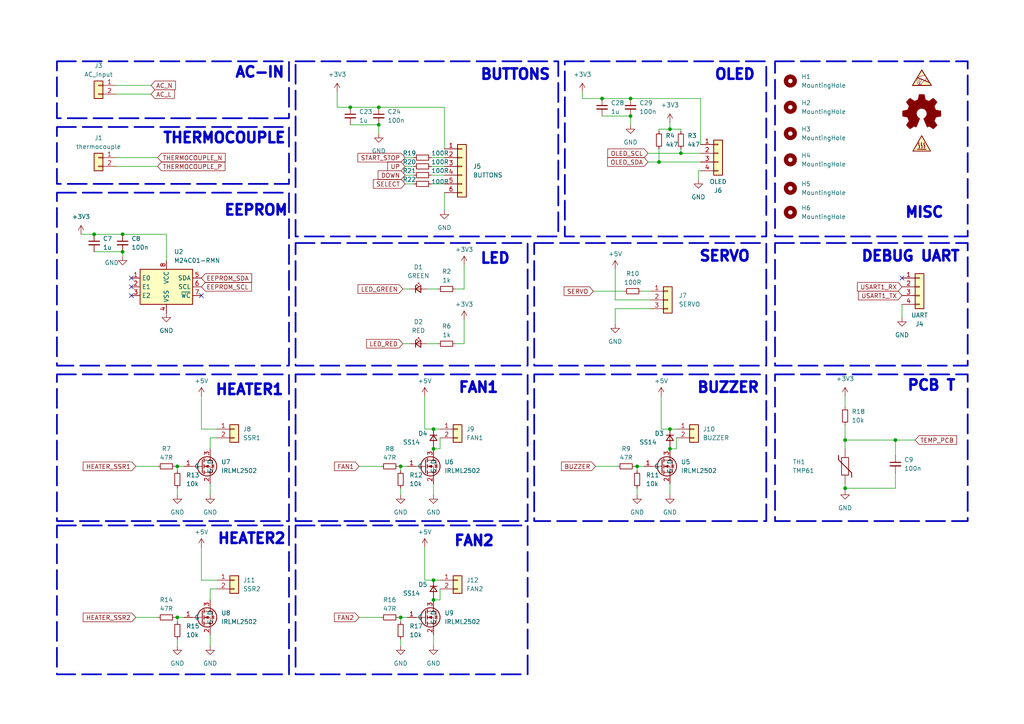
<source format=kicad_sch>
(kicad_sch (version 20231120) (generator "eeschema") (generator_version "8.0")
  (paper "A4")
  (title_block (title "ElectroDonkey Reflow Master") (date "2024-06-04") (rev "V1") (company "Electrodonkey") (comment 1 "CC-BY-SA 4.0"))
  (lib_symbols
    (symbol "Connector_Generic:Conn_01x02" (pin_names (offset 1.016) hide)
      (property "Reference" "J" (at 0 2.54 0))
      (property "Value" "Conn_01x02" (at 0 -5.08 0))
      (symbol "Conn_01x02_1_1"
        (pin passive line (at -5.08 0 0) (length 3.81) (name "Pin_1") (number "1"))
        (pin passive line (at -5.08 -2.54 0) (length 3.81) (name "Pin_2") (number "2"))
      )
    )
    (symbol "Connector_Generic:Conn_01x03" (pin_names (offset 1.016) hide)
      (property "Reference" "J" (at 0 5.08 0))
      (property "Value" "Conn_01x03" (at 0 -5.08 0))
      (symbol "Conn_01x03_1_1"
        (pin passive line (at -5.08 2.54 0) (length 3.81) (name "Pin_1") (number "1"))
        (pin passive line (at -5.08 0 0) (length 3.81) (name "Pin_2") (number "2"))
        (pin passive line (at -5.08 -2.54 0) (length 3.81) (name "Pin_3") (number "3"))
      )
    )
    (symbol "Connector_Generic:Conn_01x04" (pin_names (offset 1.016) hide)
      (property "Reference" "J" (at 0 5.08 0))
      (property "Value" "Conn_01x04" (at 0 -7.62 0))
      (symbol "Conn_01x04_1_1"
        (pin passive line (at -5.08 2.54 0) (length 3.81) (name "Pin_1") (number "1"))
        (pin passive line (at -5.08 0 0) (length 3.81) (name "Pin_2") (number "2"))
        (pin passive line (at -5.08 -2.54 0) (length 3.81) (name "Pin_3") (number "3"))
        (pin passive line (at -5.08 -5.08 0) (length 3.81) (name "Pin_4") (number "4"))
      )
    )
    (symbol "Connector_Generic:Conn_01x06" (pin_names (offset 1.016) hide)
      (property "Reference" "J" (at 0 7.62 0))
      (property "Value" "Conn_01x06" (at 0 -10.16 0))
      (symbol "Conn_01x06_1_1"
        (pin passive line (at -5.08 5.08 0) (length 3.81) (name "Pin_1") (number "1"))
        (pin passive line (at -5.08 2.54 0) (length 3.81) (name "Pin_2") (number "2"))
        (pin passive line (at -5.08 0 0) (length 3.81) (name "Pin_3") (number "3"))
        (pin passive line (at -5.08 -2.54 0) (length 3.81) (name "Pin_4") (number "4"))
        (pin passive line (at -5.08 -5.08 0) (length 3.81) (name "Pin_5") (number "5"))
        (pin passive line (at -5.08 -7.62 0) (length 3.81) (name "Pin_6") (number "6"))
      )
    )
    (symbol "Device:C_Small" (pin_numbers hide) (pin_names (offset 0.254) hide)
      (property "Reference" "C" (at 0.254 1.778 0))
      (property "Value" "C_Small" (at 0.254 -2.032 0))
      (symbol "C_Small_1_1"
        (pin passive line (at 0 2.54 270) (length 2.032) (name "~") (number "1"))
        (pin passive line (at 0 -2.54 90) (length 2.032) (name "~") (number "2"))
      )
    )
    (symbol "Device:D_Small" (pin_numbers hide) (pin_names (offset 0.254) hide)
      (property "Reference" "D" (at -1.27 2.032 0))
      (property "Value" "D_Small" (at -3.81 -2.032 0))
      (symbol "D_Small_1_1"
        (pin passive line (at -2.54 0 0) (length 1.778) (name "K") (number "1"))
        (pin passive line (at 2.54 0 180) (length 1.778) (name "A") (number "2"))
      )
    )
    (symbol "Device:LED_Small" (pin_numbers hide) (pin_names (offset 0.254) hide)
      (property "Reference" "D" (at -1.27 3.175 0))
      (property "Value" "LED_Small" (at -4.445 -2.54 0))
      (symbol "LED_Small_1_1"
        (pin passive line (at -2.54 0 0) (length 1.778) (name "K") (number "1"))
        (pin passive line (at 2.54 0 180) (length 1.778) (name "A") (number "2"))
      )
    )
    (symbol "Device:R_Small" (pin_numbers hide) (pin_names (offset 0.254) hide)
      (property "Reference" "R" (at 0.762 0.508 0))
      (property "Value" "R_Small" (at 0.762 -1.016 0))
      (symbol "R_Small_1_1"
        (pin passive line (at 0 2.54 270) (length 0.762) (name "~") (number "1"))
        (pin passive line (at 0 -2.54 90) (length 0.762) (name "~") (number "2"))
      )
    )
    (symbol "Device:Thermistor" (pin_numbers hide) (pin_names (offset 0))
      (property "Reference" "TH" (at 2.54 1.27 90))
      (property "Value" "Thermistor" (at -2.54 0 90))
      (symbol "Thermistor_1_1"
        (pin passive line (at 0 5.08 270) (length 2.54) (name "~") (number "1"))
        (pin passive line (at 0 -5.08 90) (length 2.54) (name "~") (number "2"))
      )
    )
    (symbol "Graphic:Logo_Open_Hardware_Small" (in_bom no) (on_board no))
    (symbol "Graphic:SYM_ESD_Small" (in_bom no) (on_board no))
    (symbol "Graphic:SYM_Hot_Small" (in_bom no) (on_board no))
    (symbol "Mechanical:MountingHole" (pin_names (offset 1.016)) (exclude_from_sim yes) (in_bom no)
      (property "Reference" "H" (at 0 5.08 0))
      (property "Value" "MountingHole" (at 0 3.175 0))
    )
    (symbol "Memory_EEPROM:M24C01-RMN"
      (property "Reference" "U" (at -6.35 6.35 0))
      (property "Value" "M24C01-RMN" (at 7.62 6.35 0))
      (symbol "M24C01-RMN_1_1"
        (pin input line (at -10.16 2.54 0) (length 2.54) (name "E0") (number "1"))
        (pin input line (at -10.16 0 0) (length 2.54) (name "E1") (number "2"))
        (pin input line (at -10.16 -2.54 0) (length 2.54) (name "E2") (number "3"))
        (pin power_in line (at 0 -7.62 90) (length 2.54) (name "VSS") (number "4"))
        (pin bidirectional line (at 10.16 2.54 180) (length 2.54) (name "SDA") (number "5"))
        (pin input line (at 10.16 0 180) (length 2.54) (name "SCL") (number "6"))
        (pin input line (at 10.16 -2.54 180) (length 2.54) (name "~{WC}") (number "7"))
        (pin power_in line (at 0 7.62 270) (length 2.54) (name "VCC") (number "8"))
      )
    )
    (symbol "power:+3V3" (power) (pin_names (offset 0))
      (property "Value" "+3V3" (at 0 3.556 0))
      (symbol "+3V3_1_1"
        (pin power_in line (at 0 0 90) (length 0) hide (name "+3V3") (number "1"))
      )
    )
    (symbol "power:+5V" (power) (pin_numbers hide) (pin_names (offset 0) hide)
      (property "Value" "+5V" (at 0 3.556 0))
      (symbol "+5V_1_1"
        (pin power_in line (at 0 0 90) (length 0) (name "~") (number "1"))
      )
    )
    (symbol "power:GND" (power) (pin_names (offset 0))
      (property "Value" "GND" (at 0 -3.81 0))
      (symbol "GND_1_1"
        (pin power_in line (at 0 0 270) (length 0) hide (name "GND") (number "1"))
      )
    )
    (symbol "reflow_master:IRLML2502"
      (property "Reference" "U" (at 2.54 -2.54 0))
      (property "Value" "IRLML2502" (at 0 0 0))
      (symbol "IRLML2502_1_1"
        (pin input line (at -7.62 0 0) (length 2.54) (name "G") (number "1"))
        (pin passive line (at 0 -5.08 90) (length 2.54) (name "S") (number "2"))
        (pin passive line (at 0 5.08 270) (length 2.54) (name "D") (number "3"))
      )
    )
  )
  (junction (at 116.205 135.255))
  (junction (at 35.56 67.945))
  (junction (at 259.715 127.635))
  (junction (at 125.73 130.175))
  (junction (at 109.855 31.115))
  (junction (at 51.435 179.07))
  (junction (at 182.88 28.575))
  (junction (at 174.625 28.575))
  (junction (at 184.785 135.255))
  (junction (at 245.11 127.635))
  (junction (at 182.88 33.655))
  (junction (at 101.6 31.115))
  (junction (at 194.31 124.46))
  (junction (at 191.135 46.99))
  (junction (at 109.855 36.195))
  (junction (at 51.435 135.255))
  (junction (at 125.73 168.275))
  (junction (at 125.73 173.99))
  (junction (at 245.11 141.605))
  (junction (at 194.31 130.175))
  (junction (at 27.305 67.945))
  (junction (at 116.205 179.07))
  (junction (at 35.56 73.025))
  (junction (at 197.485 44.45))
  (junction (at 125.73 124.46))
  (junction (at 194.31 37.465))
  (no_connect (at 261.62 80.645))
  (no_connect (at 38.1 80.645))
  (no_connect (at 38.1 83.185))
  (no_connect (at 58.42 85.725))
  (no_connect (at 38.1 85.725))
  (wire (pts (xy 33.655 27.305) (xy 43.815 27.305)))
  (wire (pts (xy 194.31 130.175) (xy 194.31 129.54)))
  (wire (pts (xy 123.825 83.82) (xy 127 83.82)))
  (wire (pts (xy 116.205 141.605) (xy 116.205 143.51)))
  (wire (pts (xy 27.305 73.025) (xy 35.56 73.025)))
  (wire (pts (xy 245.11 141.605) (xy 259.715 141.605)))
  (wire (pts (xy 123.19 124.46) (xy 125.73 124.46)))
  (wire (pts (xy 125.73 124.46) (xy 127.635 124.46)))
  (wire (pts (xy 191.135 46.99) (xy 203.2 46.99)))
  (wire (pts (xy 132.08 83.82) (xy 134.62 83.82)))
  (wire (pts (xy 51.435 179.07) (xy 53.34 179.07)))
  (wire (pts (xy 50.8 179.07) (xy 51.435 179.07)))
  (wire (pts (xy 109.855 31.115) (xy 128.905 31.115)))
  (wire (pts (xy 97.79 26.67) (xy 97.79 31.115)))
  (wire (pts (xy 191.135 38.1) (xy 191.135 37.465)))
  (wire (pts (xy 27.305 67.945) (xy 35.56 67.945)))
  (wire (pts (xy 203.2 28.575) (xy 203.2 41.91)))
  (wire (pts (xy 172.085 84.455) (xy 180.975 84.455)))
  (wire (pts (xy 202.565 49.53) (xy 203.2 49.53)))
  (wire (pts (xy 184.785 135.255) (xy 184.785 136.525)))
  (wire (pts (xy 125.73 184.15) (xy 125.73 187.325)))
  (wire (pts (xy 104.14 179.07) (xy 110.49 179.07)))
  (wire (pts (xy 58.42 114.935) (xy 58.42 124.46)))
  (wire (pts (xy 125.73 173.99) (xy 125.73 173.355)))
  (wire (pts (xy 194.31 37.465) (xy 197.485 37.465)))
  (wire (pts (xy 48.26 67.945) (xy 48.26 75.565)))
  (wire (pts (xy 134.62 92.71) (xy 134.62 99.695)))
  (wire (pts (xy 39.37 179.07) (xy 45.72 179.07)))
  (wire (pts (xy 97.79 31.115) (xy 101.6 31.115)))
  (wire (pts (xy 174.625 33.655) (xy 182.88 33.655)))
  (wire (pts (xy 125.095 45.72) (xy 128.905 45.72)))
  (wire (pts (xy 125.73 130.175) (xy 125.73 129.54)))
  (wire (pts (xy 172.72 135.255) (xy 179.07 135.255)))
  (wire (pts (xy 184.785 141.605) (xy 184.785 143.51)))
  (wire (pts (xy 128.905 55.88) (xy 128.905 60.96)))
  (wire (pts (xy 245.11 123.19) (xy 245.11 127.635)))
  (wire (pts (xy 245.11 141.605) (xy 245.11 140.335)))
  (wire (pts (xy 127.635 170.815) (xy 127.635 173.99)))
  (wire (pts (xy 128.905 31.115) (xy 128.905 43.18)))
  (wire (pts (xy 191.77 114.935) (xy 191.77 124.46)))
  (wire (pts (xy 178.435 89.535) (xy 178.435 93.98)))
  (wire (pts (xy 51.435 135.255) (xy 53.34 135.255)))
  (wire (pts (xy 127.635 173.99) (xy 125.73 173.99)))
  (wire (pts (xy 186.055 84.455) (xy 188.595 84.455)))
  (wire (pts (xy 62.865 124.46) (xy 58.42 124.46)))
  (wire (pts (xy 127.635 130.175) (xy 125.73 130.175)))
  (wire (pts (xy 115.57 179.07) (xy 116.205 179.07)))
  (wire (pts (xy 168.91 26.67) (xy 168.91 28.575)))
  (wire (pts (xy 259.715 132.08) (xy 259.715 127.635)))
  (wire (pts (xy 245.11 142.24) (xy 245.11 141.605)))
  (wire (pts (xy 194.31 124.46) (xy 191.77 124.46)))
  (wire (pts (xy 182.88 28.575) (xy 203.2 28.575)))
  (wire (pts (xy 184.785 135.255) (xy 186.69 135.255)))
  (wire (pts (xy 115.57 135.255) (xy 116.205 135.255)))
  (wire (pts (xy 197.485 44.45) (xy 203.2 44.45)))
  (wire (pts (xy 60.96 173.99) (xy 60.96 170.815)))
  (wire (pts (xy 116.205 179.07) (xy 116.205 180.34)))
  (wire (pts (xy 202.565 52.07) (xy 202.565 49.53)))
  (wire (pts (xy 125.095 53.34) (xy 128.905 53.34)))
  (wire (pts (xy 60.96 127) (xy 62.865 127)))
  (wire (pts (xy 188.595 89.535) (xy 178.435 89.535)))
  (wire (pts (xy 116.205 135.255) (xy 118.11 135.255)))
  (wire (pts (xy 182.88 33.655) (xy 182.88 36.195)))
  (wire (pts (xy 194.31 140.335) (xy 194.31 143.51)))
  (wire (pts (xy 117.475 45.72) (xy 120.015 45.72)))
  (wire (pts (xy 259.715 141.605) (xy 259.715 137.16)))
  (wire (pts (xy 23.495 67.945) (xy 27.305 67.945)))
  (wire (pts (xy 60.96 170.815) (xy 62.865 170.815)))
  (wire (pts (xy 116.205 185.42) (xy 116.205 187.325)))
  (wire (pts (xy 123.19 114.935) (xy 123.19 124.46)))
  (wire (pts (xy 125.095 48.26) (xy 128.905 48.26)))
  (wire (pts (xy 259.715 127.635) (xy 265.43 127.635)))
  (wire (pts (xy 101.6 31.115) (xy 109.855 31.115)))
  (wire (pts (xy 196.215 127) (xy 196.215 130.175)))
  (wire (pts (xy 123.19 158.75) (xy 123.19 168.275)))
  (wire (pts (xy 35.56 67.945) (xy 48.26 67.945)))
  (wire (pts (xy 245.11 127.635) (xy 259.715 127.635)))
  (wire (pts (xy 51.435 141.605) (xy 51.435 143.51)))
  (wire (pts (xy 196.215 130.175) (xy 194.31 130.175)))
  (wire (pts (xy 39.37 135.255) (xy 45.72 135.255)))
  (wire (pts (xy 178.435 86.995) (xy 188.595 86.995)))
  (wire (pts (xy 125.73 168.275) (xy 127.635 168.275)))
  (wire (pts (xy 174.625 28.575) (xy 182.88 28.575)))
  (wire (pts (xy 104.14 135.255) (xy 110.49 135.255)))
  (wire (pts (xy 187.96 46.99) (xy 191.135 46.99)))
  (wire (pts (xy 191.135 37.465) (xy 194.31 37.465)))
  (wire (pts (xy 116.205 179.07) (xy 118.11 179.07)))
  (wire (pts (xy 58.42 158.75) (xy 58.42 168.275)))
  (wire (pts (xy 261.62 88.265) (xy 261.62 92.075)))
  (wire (pts (xy 184.15 135.255) (xy 184.785 135.255)))
  (wire (pts (xy 101.6 36.195) (xy 109.855 36.195)))
  (wire (pts (xy 123.19 168.275) (xy 125.73 168.275)))
  (wire (pts (xy 33.655 48.26) (xy 45.72 48.26)))
  (wire (pts (xy 60.96 140.335) (xy 60.96 143.51)))
  (wire (pts (xy 117.475 48.26) (xy 120.015 48.26)))
  (wire (pts (xy 51.435 135.255) (xy 51.435 136.525)))
  (wire (pts (xy 125.095 50.8) (xy 128.905 50.8)))
  (wire (pts (xy 51.435 179.07) (xy 51.435 180.34)))
  (wire (pts (xy 35.56 73.025) (xy 35.56 74.295)))
  (wire (pts (xy 168.91 28.575) (xy 174.625 28.575)))
  (wire (pts (xy 116.84 99.695) (xy 118.745 99.695)))
  (wire (pts (xy 33.655 24.765) (xy 43.815 24.765)))
  (wire (pts (xy 132.08 99.695) (xy 134.62 99.695)))
  (wire (pts (xy 194.31 35.56) (xy 194.31 37.465)))
  (wire (pts (xy 60.96 184.15) (xy 60.96 187.325)))
  (wire (pts (xy 187.96 44.45) (xy 197.485 44.45)))
  (wire (pts (xy 127.635 127) (xy 127.635 130.175)))
  (wire (pts (xy 197.485 43.18) (xy 197.485 44.45)))
  (wire (pts (xy 62.865 168.275) (xy 58.42 168.275)))
  (wire (pts (xy 125.73 140.335) (xy 125.73 143.51)))
  (wire (pts (xy 60.96 130.175) (xy 60.96 127)))
  (wire (pts (xy 117.475 53.34) (xy 120.015 53.34)))
  (wire (pts (xy 134.62 76.835) (xy 134.62 83.82)))
  (wire (pts (xy 116.205 135.255) (xy 116.205 136.525)))
  (wire (pts (xy 116.84 83.82) (xy 118.745 83.82)))
  (wire (pts (xy 117.475 50.8) (xy 120.015 50.8)))
  (wire (pts (xy 191.135 43.18) (xy 191.135 46.99)))
  (wire (pts (xy 245.11 127.635) (xy 245.11 130.175)))
  (wire (pts (xy 109.855 36.195) (xy 109.855 38.735)))
  (wire (pts (xy 197.485 37.465) (xy 197.485 38.1)))
  (wire (pts (xy 50.8 135.255) (xy 51.435 135.255)))
  (wire (pts (xy 123.825 99.695) (xy 127 99.695)))
  (wire (pts (xy 51.435 185.42) (xy 51.435 187.325)))
  (wire (pts (xy 245.11 114.935) (xy 245.11 118.11)))
  (wire (pts (xy 33.655 45.72) (xy 45.72 45.72)))
  (wire (pts (xy 178.435 78.105) (xy 178.435 86.995)))
  (wire (pts (xy 196.215 124.46) (xy 194.31 124.46)))
  (rectangle (start 16.51 55.88) (end 83.82 106.045) (stroke (width 0.5) (type dash)))
  (rectangle (start 16.51 108.585) (end 83.82 151.13) (stroke (width 0.5) (type dash)))
  (rectangle (start 163.83 17.78) (end 222.25 68.58) (stroke (width 0.5) (type dash)))
  (rectangle (start 224.79 17.78) (end 280.67 68.58) (stroke (width 0.5) (type dash)))
  (rectangle (start 16.51 36.83) (end 83.82 53.34) (stroke (width 0.5) (type dash)))
  (rectangle (start 16.51 17.78) (end 83.82 34.29) (stroke (width 0.5) (type dash)))
  (rectangle (start 224.79 70.485) (end 280.67 106.045) (stroke (width 0.5) (type dash)))
  (rectangle (start 154.94 70.485) (end 222.25 106.045) (stroke (width 0.5) (type dash)))
  (rectangle (start 85.725 152.4) (end 153.035 195.58) (stroke (width 0.5) (type dash)))
  (rectangle (start 16.51 152.4) (end 83.82 195.58) (stroke (width 0.5) (type dash)))
  (rectangle (start 224.79 108.585) (end 280.67 151.13) (stroke (width 0.5) (type dash)))
  (rectangle (start 85.725 70.485) (end 153.035 106.045) (stroke (width 0.5) (type dash)))
  (rectangle (start 85.725 108.585) (end 153.035 151.13) (stroke (width 0.5) (type dash)))
  (rectangle (start 85.725 17.78) (end 161.925 68.58) (stroke (width 0.5) (type dash)))
  (rectangle (start 154.94 108.585) (end 222.25 151.13) (stroke (width 0.5) (type dash)))
  (text "HEATER2" (at 62.865 158.115 0) (effects (font (size 3 3) (thickness 1) (bold yes)) (justify left bottom)))
  (text "OLED" (at 207.01 23.495 0) (effects (font (size 3 3) (thickness 1) (bold yes)) (justify left bottom)))
  (text "BUTTONS" (at 139.065 23.495 0) (effects (font (size 3 3) (thickness 1) (bold yes)) (justify left bottom)))
  (text "FAN2" (at 131.445 158.75 0) (effects (font (size 3 3) (thickness 1) (bold yes)) (justify left bottom)))
  (text "AC-IN" (at 67.945 22.86 0) (effects (font (size 3 3) (thickness 1) (bold yes)) (justify left bottom)))
  (text "EEPROM" (at 64.77 62.865 0) (effects (font (size 3 3) (thickness 1) (bold yes)) (justify left bottom)))
  (text "BUZZER" (at 201.93 114.3 0) (effects (font (size 3 3) (thickness 1) (bold yes)) (justify left bottom)))
  (text "THERMOCOUPLE" (at 46.99 41.91 0) (effects (font (size 3 3) (thickness 1) (bold yes)) (justify left bottom)))
  (text "MISC" (at 262.255 63.5 0) (effects (font (size 3 3) (thickness 1) (bold yes)) (justify left bottom)))
  (text "LED" (at 139.065 76.835 0) (effects (font (size 3 3) (thickness 1) (bold yes)) (justify left bottom)))
  (text "HEATER1" (at 62.23 114.935 0) (effects (font (size 3 3) (thickness 1) (bold yes)) (justify left bottom)))
  (text "PCB T" (at 262.89 113.665 0) (effects (font (size 3 3) (thickness 1) (bold yes)) (justify left bottom)))
  (text "SERVO" (at 202.565 76.2 0) (effects (font (size 3 3) (thickness 1) (bold yes)) (justify left bottom)))
  (text "FAN1" (at 132.715 114.3 0) (effects (font (size 3 3) (thickness 1) (bold yes)) (justify left bottom)))
  (text "DEBUG UART" (at 249.555 76.2 0) (effects (font (size 3 3) (thickness 1) (bold yes)) (justify left bottom)))
  (global_label "OLED_SCL" (shape input) (at 187.96 44.45 180) (property "Intersheetrefs" "${INTERSHEET_REFS}" (effects (hide yes))))
  (global_label "AC_N" (shape input) (at 43.815 24.765 0) (property "Intersheetrefs" "${INTERSHEET_REFS}" (effects (hide yes))))
  (global_label "AC_L" (shape input) (at 43.815 27.305 0) (property "Intersheetrefs" "${INTERSHEET_REFS}" (effects (hide yes))))
  (global_label "HEATER_SSR2" (shape input) (at 39.37 179.07 180) (property "Intersheetrefs" "${INTERSHEET_REFS}" (effects (hide yes))))
  (global_label "THERMOCOUPLE_N" (shape input) (at 45.72 45.72 0) (property "Intersheetrefs" "${INTERSHEET_REFS}" (effects (hide yes))))
  (global_label "EEPROM_SDA" (shape input) (at 58.42 80.645 0) (property "Intersheetrefs" "${INTERSHEET_REFS}" (effects (hide yes))))
  (global_label "START_STOP" (shape input) (at 117.475 45.72 180) (property "Intersheetrefs" "${INTERSHEET_REFS}" (effects (hide yes))))
  (global_label "EEPROM_SCL" (shape input) (at 58.42 83.185 0) (property "Intersheetrefs" "${INTERSHEET_REFS}" (effects (hide yes))))
  (global_label "HEATER_SSR1" (shape input) (at 39.37 135.255 180) (property "Intersheetrefs" "${INTERSHEET_REFS}" (effects (hide yes))))
  (global_label "SELECT" (shape input) (at 117.475 53.34 180) (property "Intersheetrefs" "${INTERSHEET_REFS}" (effects (hide yes))))
  (global_label "USART1_RX" (shape input) (at 261.62 83.185 180) (property "Intersheetrefs" "${INTERSHEET_REFS}" (effects (hide yes))))
  (global_label "OLED_SDA" (shape input) (at 187.96 46.99 180) (property "Intersheetrefs" "${INTERSHEET_REFS}" (effects (hide yes))))
  (global_label "USART1_TX" (shape input) (at 261.62 85.725 180) (property "Intersheetrefs" "${INTERSHEET_REFS}" (effects (hide yes))))
  (global_label "BUZZER" (shape input) (at 172.72 135.255 180) (property "Intersheetrefs" "${INTERSHEET_REFS}" (effects (hide yes))))
  (global_label "FAN2" (shape input) (at 104.14 179.07 180) (property "Intersheetrefs" "${INTERSHEET_REFS}" (effects (hide yes))))
  (global_label "THERMOCOUPLE_P" (shape input) (at 45.72 48.26 0) (property "Intersheetrefs" "${INTERSHEET_REFS}" (effects (hide yes))))
  (global_label "SERVO" (shape input) (at 172.085 84.455 180) (property "Intersheetrefs" "${INTERSHEET_REFS}" (effects (hide yes))))
  (global_label "UP" (shape input) (at 117.475 48.26 180) (property "Intersheetrefs" "${INTERSHEET_REFS}" (effects (hide yes))))
  (global_label "DOWN" (shape input) (at 117.475 50.8 180) (property "Intersheetrefs" "${INTERSHEET_REFS}" (effects (hide yes))))
  (global_label "FAN1" (shape input) (at 104.14 135.255 180) (property "Intersheetrefs" "${INTERSHEET_REFS}" (effects (hide yes))))
  (global_label "LED_GREEN" (shape input) (at 116.84 83.82 180) (property "Intersheetrefs" "${INTERSHEET_REFS}" (effects (hide yes))))
  (global_label "TEMP_PCB" (shape input) (at 265.43 127.635 0) (property "Intersheetrefs" "${INTERSHEET_REFS}" (effects (hide yes))))
  (global_label "LED_RED" (shape input) (at 116.84 99.695 180) (property "Intersheetrefs" "${INTERSHEET_REFS}" (effects (hide yes))))
  (symbol (lib_id "power:GND") (at 125.73 187.325 0) (unit 1)
    (property "Reference" "#PWR059" (effects (hide yes)))
    (property "Value" "GND" (at 125.73 192.405 0))
  )
  (symbol (lib_id "Connector_Generic:Conn_01x06") (at 133.985 48.26 0) (unit 1)
    (property "Reference" "J5" (at 137.16 48.2599 0) (effects (justify left)))
    (property "Value" "BUTTONS" (at 137.16 50.7999 0) (effects (justify left)))
    (property "Footprint" "Connector_Molex:Molex_Nano-Fit_105309-xx06_1x06_P2.50mm_Vertical" (effects (hide yes)))
    (property "Description" "Generic connector, single row, 01x06, script generated (kicad-library-utils/schlib/autogen/connector/)" (effects (hide yes)))
  )
  (symbol (lib_id "Connector_Generic:Conn_01x04") (at 266.7 83.185 0) (unit 1)
    (property "Reference" "J4" (at 266.7 93.98 0))
    (property "Value" "UART" (at 266.7 91.44 0))
    (property "Footprint" "Connector_PinHeader_2.54mm:PinHeader_1x04_P2.54mm_Vertical" (effects (hide yes)))
  )
  (symbol (lib_id "power:GND") (at 48.26 90.805 0) (unit 1)
    (property "Reference" "#PWR010" (effects (hide yes)))
    (property "Value" "GND" (at 48.26 95.885 0))
  )
  (symbol (lib_id "power:+3V3") (at 23.495 67.945 0) (unit 1)
    (property "Reference" "#PWR07" (effects (hide yes)))
    (property "Value" "+3V3" (at 23.495 62.865 0))
  )
  (symbol (lib_id "Graphic:SYM_Hot_Small") (at 267.335 41.91 0) (unit 1) (exclude_from_sim yes) (in_bom no)
    (property "Reference" "#SYM2" (effects (hide yes)))
    (property "Value" "SYM_Hot_Small" (effects (hide yes)))
    (property "Footprint" "Symbol:Symbol_Attention_Triangle_8x7mm_Copper" (effects (hide yes)))
    (property "Description" "Hot surface warning symbol, small" (effects (hide yes)))
  )
  (symbol (lib_id "Device:Thermistor") (at 245.11 135.255 0) (unit 1)
    (property "Reference" "TH1" (at 229.87 133.985 0) (effects (justify left)))
    (property "Value" "TMP61" (at 229.87 136.525 0) (effects (justify left)))
    (property "Footprint" "Package_SON:Texas_DPY0002A_0.6x1mm_P0.65mm" (effects (hide yes)))
    (property "mfg" "TMP6131DECR" (effects (hide yes)))
  )
  (symbol (lib_id "Device:R_Small") (at 48.26 135.255 90) (unit 1)
    (property "Reference" "R7" (at 48.26 130.175 90))
    (property "Value" "47R" (at 48.26 132.715 90))
    (property "Footprint" "Resistor_SMD:R_0603_1608Metric_Pad0.98x0.95mm_HandSolder" (effects (hide yes)))
  )
  (symbol (lib_id "power:GND") (at 261.62 92.075 0) (unit 1)
    (property "Reference" "#PWR011" (effects (hide yes)))
    (property "Value" "GND" (at 261.62 97.155 0))
  )
  (symbol (lib_id "power:GND") (at 184.785 143.51 0) (unit 1)
    (property "Reference" "#PWR051" (effects (hide yes)))
    (property "Value" "GND" (at 184.785 148.59 0))
  )
  (symbol (lib_id "Mechanical:MountingHole") (at 229.235 38.735 0) (unit 1) (exclude_from_sim yes) (in_bom no)
    (property "Reference" "H3" (at 232.41 37.4649 0) (effects (justify left)))
    (property "Value" "MountingHole" (at 232.41 40.0049 0) (effects (justify left)))
    (property "Footprint" "MountingHole:MountingHole_3.2mm_M3" (effects (hide yes)))
    (property "Description" "Mounting Hole without connection" (effects (hide yes)))
  )
  (symbol (lib_id "Mechanical:MountingHole") (at 229.235 23.495 0) (unit 1) (exclude_from_sim yes) (in_bom no)
    (property "Reference" "H1" (at 232.41 22.2249 0) (effects (justify left)))
    (property "Value" "MountingHole" (at 232.41 24.7649 0) (effects (justify left)))
    (property "Footprint" "MountingHole:MountingHole_3.2mm_M3" (effects (hide yes)))
    (property "Description" "Mounting Hole without connection" (effects (hide yes)))
  )
  (symbol (lib_id "Device:R_Small") (at 51.435 139.065 180) (unit 1)
    (property "Reference" "R13" (at 53.975 137.7949 0) (effects (justify right)))
    (property "Value" "10k" (at 53.975 140.3349 0) (effects (justify right)))
    (property "Footprint" "Resistor_SMD:R_0603_1608Metric_Pad0.98x0.95mm_HandSolder" (effects (hide yes)))
  )
  (symbol (lib_id "Device:R_Small") (at 122.555 45.72 90) (unit 1)
    (property "Reference" "R19" (at 118.745 44.45 90))
    (property "Value" "100R" (at 127.635 44.45 90))
    (property "Footprint" "Resistor_SMD:R_0603_1608Metric_Pad0.98x0.95mm_HandSolder" (effects (hide yes)))
  )
  (symbol (lib_id "Device:D_Small") (at 125.73 127 270) (unit 1)
    (property "Reference" "D4" (at 121.285 125.73 90) (effects (justify left)))
    (property "Value" "SS14" (at 116.84 128.27 90) (effects (justify left)))
    (property "Footprint" "Diode_SMD:D_SOD-123" (effects (hide yes)))
    (property "Description" "Diode, small symbol" (effects (hide yes)))
    (property "Sim.Device" "D" (effects (hide yes)))
    (property "Sim.Pins" "1=K 2=A" (effects (hide yes)))
    (property "mfg" "SS14" (effects (hide yes)))
  )
  (symbol (lib_id "Mechanical:MountingHole") (at 229.235 61.595 0) (unit 1) (exclude_from_sim yes) (in_bom no)
    (property "Reference" "H6" (at 232.41 60.3249 0) (effects (justify left)))
    (property "Value" "MountingHole" (at 232.41 62.8649 0) (effects (justify left)))
    (property "Footprint" "MountingHole:MountingHole_3.2mm_M3" (effects (hide yes)))
    (property "Description" "Mounting Hole without connection" (effects (hide yes)))
  )
  (symbol (lib_id "Connector_Generic:Conn_01x02") (at 28.575 45.72 0) (mirror y) (unit 1)
    (property "Reference" "J1" (at 28.575 40.005 0))
    (property "Value" "thermocouple" (at 28.575 42.545 0))
    (property "Footprint" "TerminalBlock_Phoenix:TerminalBlock_Phoenix_MKDS-1,5-2_1x02_P5.00mm_Horizontal" (effects (hide yes)))
    (property "Description" "Generic connector, single row, 01x02, script generated (kicad-library-utils/schlib/autogen/connector/)" (effects (hide yes)))
    (property "mfg" "1985881" (effects (hide yes)))
  )
  (symbol (lib_id "Device:R_Small") (at 191.135 40.64 180) (unit 1)
    (property "Reference" "R4" (at 193.04 39.3699 0) (effects (justify right)))
    (property "Value" "4k7" (at 193.04 41.9099 0) (effects (justify right)))
    (property "Footprint" "Resistor_SMD:R_0603_1608Metric_Pad0.98x0.95mm_HandSolder" (effects (hide yes)))
  )
  (symbol (lib_id "Device:R_Small") (at 129.54 99.695 90) (unit 1)
    (property "Reference" "R6" (at 129.54 94.615 90))
    (property "Value" "1k" (at 129.54 97.155 90))
    (property "Footprint" "Resistor_SMD:R_0603_1608Metric_Pad0.98x0.95mm_HandSolder" (effects (hide yes)))
  )
  (symbol (lib_id "Device:C_Small") (at 35.56 70.485 0) (unit 1)
    (property "Reference" "C8" (at 38.1 69.2213 0) (effects (justify left)))
    (property "Value" "100n" (at 38.1 71.7613 0) (effects (justify left)))
    (property "Footprint" "Capacitor_SMD:C_0603_1608Metric_Pad1.08x0.95mm_HandSolder" (effects (hide yes)))
    (property "Vs" "25V" (effects (hide yes)))
  )
  (symbol (lib_id "power:+3V3") (at 134.62 92.71 0) (unit 1)
    (property "Reference" "#PWR040" (effects (hide yes)))
    (property "Value" "+3V3" (at 134.62 88.265 0))
  )
  (symbol (lib_id "Mechanical:MountingHole") (at 229.235 31.115 0) (unit 1) (exclude_from_sim yes) (in_bom no)
    (property "Reference" "H2" (at 232.41 29.8449 0) (effects (justify left)))
    (property "Value" "MountingHole" (at 232.41 32.3849 0) (effects (justify left)))
    (property "Footprint" "MountingHole:MountingHole_3.2mm_M3" (effects (hide yes)))
    (property "Description" "Mounting Hole without connection" (effects (hide yes)))
  )
  (symbol (lib_id "power:+3V3") (at 134.62 76.835 0) (unit 1)
    (property "Reference" "#PWR020" (effects (hide yes)))
    (property "Value" "+3V3" (at 134.62 72.39 0))
  )
  (symbol (lib_id "power:+5V") (at 178.435 78.105 0) (unit 1)
    (property "Reference" "#PWR049" (effects (hide yes)))
    (property "Value" "+5V" (at 178.435 73.66 0))
    (property "Description" "Power symbol creates a global label with name \"+5V\"" (effects (hide yes)))
  )
  (symbol (lib_id "Device:R_Small") (at 113.03 135.255 90) (unit 1)
    (property "Reference" "R8" (at 113.03 130.175 90))
    (property "Value" "47R" (at 113.03 132.715 90))
    (property "Footprint" "Resistor_SMD:R_0603_1608Metric_Pad0.98x0.95mm_HandSolder" (effects (hide yes)))
  )
  (symbol (lib_id "Device:R_Small") (at 122.555 50.8 90) (unit 1)
    (property "Reference" "R21" (at 118.745 49.53 90))
    (property "Value" "100R" (at 127.635 49.53 90))
    (property "Footprint" "Resistor_SMD:R_0603_1608Metric_Pad0.98x0.95mm_HandSolder" (effects (hide yes)))
  )
  (symbol (lib_id "power:GND") (at 109.855 38.735 0) (unit 1)
    (property "Reference" "#PWR037" (effects (hide yes)))
    (property "Value" "GND" (at 109.855 43.815 0))
  )
  (symbol (lib_id "Device:R_Small") (at 183.515 84.455 90) (unit 1)
    (property "Reference" "R10" (at 183.515 79.375 90))
    (property "Value" "100R" (at 183.515 81.915 90))
    (property "Footprint" "Resistor_SMD:R_0603_1608Metric_Pad0.98x0.95mm_HandSolder" (effects (hide yes)))
  )
  (symbol (lib_id "Device:D_Small") (at 125.73 170.815 270) (unit 1)
    (property "Reference" "D5" (at 121.285 169.545 90) (effects (justify left)))
    (property "Value" "SS14" (at 116.84 172.085 90) (effects (justify left)))
    (property "Footprint" "Diode_SMD:D_SOD-123" (effects (hide yes)))
    (property "Description" "Diode, small symbol" (effects (hide yes)))
    (property "Sim.Device" "D" (effects (hide yes)))
    (property "Sim.Pins" "1=K 2=A" (effects (hide yes)))
    (property "mfg" "SS14" (effects (hide yes)))
  )
  (symbol (lib_id "power:GND") (at 194.31 143.51 0) (unit 1)
    (property "Reference" "#PWR048" (effects (hide yes)))
    (property "Value" "GND" (at 194.31 148.59 0))
  )
  (symbol (lib_id "reflow_master:IRLML2502") (at 60.96 135.255 0) (unit 1)
    (property "Reference" "U7" (at 64.135 133.9849 0) (effects (justify left)))
    (property "Value" "IRLML2502" (at 64.135 136.5249 0) (effects (justify left)))
    (property "Footprint" "Package_TO_SOT_SMD:SOT-23" (effects (hide yes)))
    (property "Datasheet" "https://ro.mouser.com/datasheet/2/196/Infineon_IRLML2502_DataSheet_v01_01_EN-3363558.pdf" (effects (hide yes)))
    (property "Description" "N-Channel MOSFET, HEXFET, 0.045 Ohm RdsON" (effects (hide yes)))
    (property "mfg" "IRLML2502TRPBF" (effects (hide yes)))
  )
  (symbol (lib_id "power:GND") (at 60.96 187.325 0) (unit 1)
    (property "Reference" "#PWR056" (effects (hide yes)))
    (property "Value" "GND" (at 60.96 192.405 0))
  )
  (symbol (lib_id "power:GND") (at 51.435 143.51 0) (unit 1)
    (property "Reference" "#PWR044" (effects (hide yes)))
    (property "Value" "GND" (at 51.435 148.59 0))
  )
  (symbol (lib_id "power:GND") (at 125.73 143.51 0) (unit 1)
    (property "Reference" "#PWR052" (effects (hide yes)))
    (property "Value" "GND" (at 125.73 148.59 0))
  )
  (symbol (lib_id "Connector_Generic:Conn_01x03") (at 193.675 86.995 0) (unit 1)
    (property "Reference" "J7" (at 196.85 85.7249 0) (effects (justify left)))
    (property "Value" "SERVO" (at 196.85 88.2649 0) (effects (justify left)))
    (property "Footprint" "Connector_PinHeader_2.54mm:PinHeader_1x03_P2.54mm_Vertical" (effects (hide yes)))
    (property "Description" "Generic connector, single row, 01x03, script generated (kicad-library-utils/schlib/autogen/connector/)" (effects (hide yes)))
  )
  (symbol (lib_id "power:GND") (at 116.205 143.51 0) (unit 1)
    (property "Reference" "#PWR046" (effects (hide yes)))
    (property "Value" "GND" (at 116.205 148.59 0))
  )
  (symbol (lib_id "power:+5V") (at 123.19 114.935 0) (unit 1)
    (property "Reference" "#PWR045" (effects (hide yes)))
    (property "Value" "+5V" (at 123.19 110.49 0))
    (property "Description" "Power symbol creates a global label with name \"+5V\"" (effects (hide yes)))
  )
  (symbol (lib_id "Graphic:Logo_Open_Hardware_Small") (at 267.335 33.02 0) (unit 1) (exclude_from_sim yes) (in_bom no)
    (property "Reference" "#SYM1" (effects (hide yes)))
    (property "Value" "Logo_Open_Hardware_Small" (effects (hide yes)))
    (property "Footprint" "Symbol:OSHW-Logo2_7.3x6mm_SilkScreen" (effects (hide yes)))
    (property "Description" "Open Hardware logo, small" (effects (hide yes)))
  )
  (symbol (lib_id "Device:R_Small") (at 116.205 139.065 180) (unit 1)
    (property "Reference" "R12" (at 118.745 137.7949 0) (effects (justify right)))
    (property "Value" "10k" (at 118.745 140.3349 0) (effects (justify right)))
    (property "Footprint" "Resistor_SMD:R_0603_1608Metric_Pad0.98x0.95mm_HandSolder" (effects (hide yes)))
  )
  (symbol (lib_id "Device:C_Small") (at 182.88 31.115 0) (unit 1)
    (property "Reference" "C29" (at 185.42 29.8513 0) (effects (justify left)))
    (property "Value" "100n" (at 185.42 32.3913 0) (effects (justify left)))
    (property "Footprint" "Capacitor_SMD:C_0603_1608Metric_Pad1.08x0.95mm_HandSolder" (effects (hide yes)))
    (property "Vs" "25V" (effects (hide yes)))
  )
  (symbol (lib_id "Device:R_Small") (at 122.555 53.34 90) (unit 1)
    (property "Reference" "R22" (at 118.745 52.07 90))
    (property "Value" "100R" (at 127.635 52.705 90))
    (property "Footprint" "Resistor_SMD:R_0603_1608Metric_Pad0.98x0.95mm_HandSolder" (effects (hide yes)))
  )
  (symbol (lib_id "power:GND") (at 202.565 52.07 0) (unit 1)
    (property "Reference" "#PWR042" (effects (hide yes)))
    (property "Value" "GND" (at 202.565 57.15 0))
  )
  (symbol (lib_id "Connector_Generic:Conn_01x02") (at 28.575 24.765 0) (mirror y) (unit 1)
    (property "Reference" "J3" (at 28.575 19.05 0))
    (property "Value" "AC_Input" (at 28.575 21.59 0))
    (property "Footprint" "TerminalBlock_Phoenix:TerminalBlock_Phoenix_MKDS-1,5-2_1x02_P5.00mm_Horizontal" (effects (hide yes)))
    (property "Description" "Generic connector, single row, 01x02, script generated (kicad-library-utils/schlib/autogen/connector/)" (effects (hide yes)))
    (property "mfg" "1985881" (effects (hide yes)))
  )
  (symbol (lib_id "Device:C_Small") (at 109.855 33.655 0) (unit 1)
    (property "Reference" "C24" (at 112.395 32.3913 0) (effects (justify left)))
    (property "Value" "100n" (at 112.395 34.9313 0) (effects (justify left)))
    (property "Footprint" "Capacitor_SMD:C_0603_1608Metric_Pad1.08x0.95mm_HandSolder" (effects (hide yes)))
    (property "Vs" "25V" (effects (hide yes)))
  )
  (symbol (lib_id "reflow_master:IRLML2502") (at 125.73 135.255 0) (unit 1)
    (property "Reference" "U6" (at 128.905 133.9849 0) (effects (justify left)))
    (property "Value" "IRLML2502" (at 128.905 136.5249 0) (effects (justify left)))
    (property "Footprint" "Package_TO_SOT_SMD:SOT-23" (effects (hide yes)))
    (property "Datasheet" "https://ro.mouser.com/datasheet/2/196/Infineon_IRLML2502_DataSheet_v01_01_EN-3363558.pdf" (effects (hide yes)))
    (property "Description" "N-Channel MOSFET, HEXFET, 0.045 Ohm RdsON" (effects (hide yes)))
    (property "mfg" "IRLML2502TRPBF" (effects (hide yes)))
  )
  (symbol (lib_id "power:GND") (at 178.435 93.98 0) (unit 1)
    (property "Reference" "#PWR050" (effects (hide yes)))
    (property "Value" "GND" (at 178.435 99.06 0))
  )
  (symbol (lib_id "Connector_Generic:Conn_01x02") (at 132.715 168.275 0) (unit 1)
    (property "Reference" "J12" (at 135.255 168.2749 0) (effects (justify left)))
    (property "Value" "FAN2" (at 135.255 170.8149 0) (effects (justify left)))
    (property "Footprint" "reflow_master:Molex_Nano-Fit_105309-xx02_1x02_P2.50mm_Vertical" (effects (hide yes)))
    (property "Description" "Generic connector, single row, 01x02, script generated (kicad-library-utils/schlib/autogen/connector/)" (effects (hide yes)))
  )
  (symbol (lib_id "Graphic:SYM_ESD_Small") (at 267.335 22.86 0) (unit 1) (exclude_from_sim yes) (in_bom no)
    (property "Reference" "#SYM3" (effects (hide yes)))
    (property "Value" "SYM_ESD_Small" (effects (hide yes)))
    (property "Footprint" "Symbol:Symbol_HighVoltage_Triangle_8x7mm_Copper" (effects (hide yes)))
    (property "Description" "ESD warning/\"Do not touch\" symbol, small" (effects (hide yes)))
  )
  (symbol (lib_id "Device:C_Small") (at 174.625 31.115 0) (unit 1)
    (property "Reference" "C28" (at 177.165 29.8513 0) (effects (justify left)))
    (property "Value" "1u" (at 177.165 32.3913 0) (effects (justify left)))
    (property "Footprint" "Capacitor_SMD:C_0603_1608Metric_Pad1.08x0.95mm_HandSolder" (effects (hide yes)))
    (property "Datasheet" "https://product.tdk.com/system/files/dam/doc/product/capacitor/ceramic/mlcc/catalog/mlcc_automotive_midvoltage_en.pdf" (effects (hide yes)))
    (property "Vs" "100V" (effects (hide yes)))
  )
  (symbol (lib_id "power:GND") (at 51.435 187.325 0) (unit 1)
    (property "Reference" "#PWR054" (effects (hide yes)))
    (property "Value" "GND" (at 51.435 192.405 0))
  )
  (symbol (lib_id "power:GND") (at 182.88 36.195 0) (unit 1)
    (property "Reference" "#PWR026" (effects (hide yes)))
    (property "Value" "GND" (at 182.88 41.275 0))
  )
  (symbol (lib_id "Device:R_Small") (at 48.26 179.07 90) (unit 1)
    (property "Reference" "R14" (at 48.26 173.99 90))
    (property "Value" "47R" (at 48.26 176.53 90))
    (property "Footprint" "Resistor_SMD:R_0603_1608Metric_Pad0.98x0.95mm_HandSolder" (effects (hide yes)))
  )
  (symbol (lib_id "power:GND") (at 60.96 143.51 0) (unit 1)
    (property "Reference" "#PWR053" (effects (hide yes)))
    (property "Value" "GND" (at 60.96 148.59 0))
  )
  (symbol (lib_id "power:+3V3") (at 245.11 114.935 0) (unit 1)
    (property "Reference" "#PWR09" (effects (hide yes)))
    (property "Value" "+3V3" (at 245.11 109.855 0))
  )
  (symbol (lib_id "Device:R_Small") (at 181.61 135.255 90) (unit 1)
    (property "Reference" "R9" (at 181.61 130.175 90))
    (property "Value" "47R" (at 181.61 132.715 90))
    (property "Footprint" "Resistor_SMD:R_0603_1608Metric_Pad0.98x0.95mm_HandSolder" (effects (hide yes)))
  )
  (symbol (lib_id "power:+3V3") (at 168.91 26.67 0) (unit 1)
    (property "Reference" "#PWR027" (effects (hide yes)))
    (property "Value" "+3V3" (at 168.91 21.59 0))
  )
  (symbol (lib_id "Device:R_Small") (at 122.555 48.26 90) (unit 1)
    (property "Reference" "R20" (at 118.745 46.99 90))
    (property "Value" "100R" (at 127.635 46.99 90))
    (property "Footprint" "Resistor_SMD:R_0603_1608Metric_Pad0.98x0.95mm_HandSolder" (effects (hide yes)))
  )
  (symbol (lib_id "Memory_EEPROM:M24C01-RMN") (at 48.26 83.185 0) (unit 1)
    (property "Reference" "U2" (at 50.4541 73.025 0) (effects (justify left)))
    (property "Value" "M24C01-RMN" (at 50.4541 75.565 0) (effects (justify left)))
    (property "Footprint" "Package_SO:SOIC-8_3.9x4.9mm_P1.27mm" (effects (hide yes)))
    (property "Datasheet" "http://www.st.com/content/ccc/resource/technical/document/datasheet/b0/d8/50/40/5a/85/49/6f/DM00071904.pdf/files/DM00071904.pdf/jcr:content/translations/en.DM00071904.pdf" (effects (hide yes)))
    (property "Description" "1Kb (128x8) I2C Serial EEPROM, 1.8-5.5V, SOIC-8" (effects (hide yes)))
    (property "mfg" "M24C01-RMN6P" (effects (hide yes)))
  )
  (symbol (lib_id "Mechanical:MountingHole") (at 229.235 46.355 0) (unit 1) (exclude_from_sim yes) (in_bom no)
    (property "Reference" "H4" (at 232.41 45.0849 0) (effects (justify left)))
    (property "Value" "MountingHole" (at 232.41 47.6249 0) (effects (justify left)))
    (property "Footprint" "MountingHole:MountingHole_3.2mm_M3" (effects (hide yes)))
    (property "Description" "Mounting Hole without connection" (effects (hide yes)))
  )
  (symbol (lib_id "Connector_Generic:Conn_01x02") (at 67.945 124.46 0) (unit 1)
    (property "Reference" "J8" (at 70.485 124.4599 0) (effects (justify left)))
    (property "Value" "SSR1" (at 70.485 126.9999 0) (effects (justify left)))
    (property "Footprint" "reflow_master:Molex_Nano-Fit_105309-xx02_1x02_P2.50mm_Vertical" (effects (hide yes)))
    (property "Description" "Generic connector, single row, 01x02, script generated (kicad-library-utils/schlib/autogen/connector/)" (effects (hide yes)))
  )
  (symbol (lib_id "power:GND") (at 245.11 142.24 0) (unit 1)
    (property "Reference" "#PWR013" (effects (hide yes)))
    (property "Value" "GND" (at 245.11 147.32 0))
  )
  (symbol (lib_id "power:GND") (at 128.905 60.96 0) (unit 1)
    (property "Reference" "#PWR038" (effects (hide yes)))
    (property "Value" "GND" (at 128.905 66.04 0))
  )
  (symbol (lib_id "reflow_master:IRLML2502") (at 194.31 135.255 0) (unit 1)
    (property "Reference" "U5" (at 197.485 133.9849 0) (effects (justify left)))
    (property "Value" "IRLML2502" (at 197.485 136.5249 0) (effects (justify left)))
    (property "Footprint" "Package_TO_SOT_SMD:SOT-23" (effects (hide yes)))
    (property "Datasheet" "https://ro.mouser.com/datasheet/2/196/Infineon_IRLML2502_DataSheet_v01_01_EN-3363558.pdf" (effects (hide yes)))
    (property "Description" "N-Channel MOSFET, HEXFET, 0.045 Ohm RdsON" (effects (hide yes)))
    (property "mfg" "IRLML2502TRPBF" (effects (hide yes)))
  )
  (symbol (lib_id "Connector_Generic:Conn_01x02") (at 67.945 168.275 0) (unit 1)
    (property "Reference" "J11" (at 70.485 168.2749 0) (effects (justify left)))
    (property "Value" "SSR2" (at 70.485 170.8149 0) (effects (justify left)))
    (property "Footprint" "reflow_master:Molex_Nano-Fit_105309-xx02_1x02_P2.50mm_Vertical" (effects (hide yes)))
    (property "Description" "Generic connector, single row, 01x02, script generated (kicad-library-utils/schlib/autogen/connector/)" (effects (hide yes)))
  )
  (symbol (lib_id "power:GND") (at 35.56 74.295 0) (unit 1)
    (property "Reference" "#PWR08" (effects (hide yes)))
    (property "Value" "GND" (at 32.385 76.2 0))
  )
  (symbol (lib_id "Device:R_Small") (at 51.435 182.88 180) (unit 1)
    (property "Reference" "R15" (at 53.975 181.6099 0) (effects (justify right)))
    (property "Value" "10k" (at 53.975 184.1499 0) (effects (justify right)))
    (property "Footprint" "Resistor_SMD:R_0603_1608Metric_Pad0.98x0.95mm_HandSolder" (effects (hide yes)))
  )
  (symbol (lib_id "Connector_Generic:Conn_01x02") (at 201.295 124.46 0) (unit 1)
    (property "Reference" "J10" (at 203.835 124.4599 0) (effects (justify left)))
    (property "Value" "BUZZER" (at 203.835 126.9999 0) (effects (justify left)))
    (property "Footprint" "reflow_master:Molex_Nano-Fit_105309-xx02_1x02_P2.50mm_Vertical" (effects (hide yes)))
    (property "Description" "Generic connector, single row, 01x02, script generated (kicad-library-utils/schlib/autogen/connector/)" (effects (hide yes)))
  )
  (symbol (lib_id "reflow_master:IRLML2502") (at 125.73 179.07 0) (unit 1)
    (property "Reference" "U9" (at 128.905 177.7999 0) (effects (justify left)))
    (property "Value" "IRLML2502" (at 128.905 180.3399 0) (effects (justify left)))
    (property "Footprint" "Package_TO_SOT_SMD:SOT-23" (effects (hide yes)))
    (property "Datasheet" "https://ro.mouser.com/datasheet/2/196/Infineon_IRLML2502_DataSheet_v01_01_EN-3363558.pdf" (effects (hide yes)))
    (property "Description" "N-Channel MOSFET, HEXFET, 0.045 Ohm RdsON" (effects (hide yes)))
    (property "mfg" "IRLML2502TRPBF" (effects (hide yes)))
  )
  (symbol (lib_id "Device:C_Small") (at 101.6 33.655 0) (unit 1)
    (property "Reference" "C23" (at 104.14 32.3913 0) (effects (justify left)))
    (property "Value" "1u" (at 104.14 34.9313 0) (effects (justify left)))
    (property "Footprint" "Capacitor_SMD:C_0603_1608Metric_Pad1.08x0.95mm_HandSolder" (effects (hide yes)))
    (property "Datasheet" "https://product.tdk.com/system/files/dam/doc/product/capacitor/ceramic/mlcc/catalog/mlcc_automotive_midvoltage_en.pdf" (effects (hide yes)))
    (property "Vs" "100V" (effects (hide yes)))
  )
  (symbol (lib_id "power:+5V") (at 191.77 114.935 0) (unit 1)
    (property "Reference" "#PWR047" (effects (hide yes)))
    (property "Value" "+5V" (at 191.77 110.49 0))
    (property "Description" "Power symbol creates a global label with name \"+5V\"" (effects (hide yes)))
  )
  (symbol (lib_id "Device:R_Small") (at 184.785 139.065 180) (unit 1)
    (property "Reference" "R11" (at 187.325 137.7949 0) (effects (justify right)))
    (property "Value" "10k" (at 187.325 140.3349 0) (effects (justify right)))
    (property "Footprint" "Resistor_SMD:R_0603_1608Metric_Pad0.98x0.95mm_HandSolder" (effects (hide yes)))
  )
  (symbol (lib_id "power:+5V") (at 58.42 114.935 0) (unit 1)
    (property "Reference" "#PWR043" (effects (hide yes)))
    (property "Value" "+5V" (at 58.42 110.49 0))
    (property "Description" "Power symbol creates a global label with name \"+5V\"" (effects (hide yes)))
  )
  (symbol (lib_id "Connector_Generic:Conn_01x04") (at 208.28 44.45 0) (unit 1)
    (property "Reference" "J6" (at 208.28 55.245 0))
    (property "Value" "OLED" (at 208.28 52.705 0))
    (property "Footprint" "Connector_Molex:Molex_Nano-Fit_105309-xx04_1x04_P2.50mm_Vertical" (effects (hide yes)))
  )
  (symbol (lib_id "Device:R_Small") (at 245.11 120.65 0) (unit 1)
    (property "Reference" "R18" (at 247.015 119.38 0) (effects (justify left)))
    (property "Value" "10k" (at 247.015 121.92 0) (effects (justify left)))
    (property "Footprint" "Resistor_SMD:R_0603_1608Metric_Pad0.98x0.95mm_HandSolder" (effects (hide yes)))
  )
  (symbol (lib_id "Connector_Generic:Conn_01x02") (at 132.715 124.46 0) (unit 1)
    (property "Reference" "J9" (at 135.255 124.4599 0) (effects (justify left)))
    (property "Value" "FAN1" (at 135.255 126.9999 0) (effects (justify left)))
    (property "Footprint" "reflow_master:Molex_Nano-Fit_105309-xx02_1x02_P2.50mm_Vertical" (effects (hide yes)))
    (property "Description" "Generic connector, single row, 01x02, script generated (kicad-library-utils/schlib/autogen/connector/)" (effects (hide yes)))
  )
  (symbol (lib_id "power:+3V3") (at 194.31 35.56 0) (unit 1)
    (property "Reference" "#PWR041" (effects (hide yes)))
    (property "Value" "+3V3" (at 194.31 30.48 0))
  )
  (symbol (lib_id "reflow_master:IRLML2502") (at 60.96 179.07 0) (unit 1)
    (property "Reference" "U8" (at 64.135 177.7999 0) (effects (justify left)))
    (property "Value" "IRLML2502" (at 64.135 180.3399 0) (effects (justify left)))
    (property "Footprint" "Package_TO_SOT_SMD:SOT-23" (effects (hide yes)))
    (property "Datasheet" "https://ro.mouser.com/datasheet/2/196/Infineon_IRLML2502_DataSheet_v01_01_EN-3363558.pdf" (effects (hide yes)))
    (property "Description" "N-Channel MOSFET, HEXFET, 0.045 Ohm RdsON" (effects (hide yes)))
    (property "mfg" "IRLML2502TRPBF" (effects (hide yes)))
  )
  (symbol (lib_id "Device:R_Small") (at 129.54 83.82 90) (unit 1)
    (property "Reference" "R2" (at 129.54 78.74 90))
    (property "Value" "1k" (at 129.54 81.28 90))
    (property "Footprint" "Resistor_SMD:R_0603_1608Metric_Pad0.98x0.95mm_HandSolder" (effects (hide yes)))
  )
  (symbol (lib_id "Device:R_Small") (at 113.03 179.07 90) (unit 1)
    (property "Reference" "R16" (at 113.03 173.99 90))
    (property "Value" "47R" (at 113.03 176.53 90))
    (property "Footprint" "Resistor_SMD:R_0603_1608Metric_Pad0.98x0.95mm_HandSolder" (effects (hide yes)))
  )
  (symbol (lib_id "Device:C_Small") (at 259.715 134.62 0) (unit 1)
    (property "Reference" "C9" (at 262.255 133.3563 0) (effects (justify left)))
    (property "Value" "100n" (at 262.255 135.8963 0) (effects (justify left)))
    (property "Footprint" "Capacitor_SMD:C_0603_1608Metric_Pad1.08x0.95mm_HandSolder" (effects (hide yes)))
  )
  (symbol (lib_id "Device:R_Small") (at 116.205 182.88 180) (unit 1)
    (property "Reference" "R17" (at 118.745 181.6099 0) (effects (justify right)))
    (property "Value" "10k" (at 118.745 184.1499 0) (effects (justify right)))
    (property "Footprint" "Resistor_SMD:R_0603_1608Metric_Pad0.98x0.95mm_HandSolder" (effects (hide yes)))
  )
  (symbol (lib_id "power:+5V") (at 123.19 158.75 0) (unit 1)
    (property "Reference" "#PWR058" (effects (hide yes)))
    (property "Value" "+5V" (at 123.19 154.305 0))
    (property "Description" "Power symbol creates a global label with name \"+5V\"" (effects (hide yes)))
  )
  (symbol (lib_id "power:GND") (at 116.205 187.325 0) (unit 1)
    (property "Reference" "#PWR057" (effects (hide yes)))
    (property "Value" "GND" (at 116.205 192.405 0))
  )
  (symbol (lib_id "Device:R_Small") (at 197.485 40.64 180) (unit 1)
    (property "Reference" "R3" (at 199.39 39.3699 0) (effects (justify right)))
    (property "Value" "4k7" (at 199.39 41.9099 0) (effects (justify right)))
    (property "Footprint" "Resistor_SMD:R_0603_1608Metric_Pad0.98x0.95mm_HandSolder" (effects (hide yes)))
  )
  (symbol (lib_id "Mechanical:MountingHole") (at 229.235 54.61 0) (unit 1) (exclude_from_sim yes) (in_bom no)
    (property "Reference" "H5" (at 232.41 53.3399 0) (effects (justify left)))
    (property "Value" "MountingHole" (at 232.41 55.8799 0) (effects (justify left)))
    (property "Footprint" "MountingHole:MountingHole_3.2mm_M3" (effects (hide yes)))
    (property "Description" "Mounting Hole without connection" (effects (hide yes)))
  )
  (symbol (lib_id "power:+5V") (at 58.42 158.75 0) (unit 1)
    (property "Reference" "#PWR055" (effects (hide yes)))
    (property "Value" "+5V" (at 58.42 154.305 0))
    (property "Description" "Power symbol creates a global label with name \"+5V\"" (effects (hide yes)))
  )
  (symbol (lib_id "power:+3V3") (at 97.79 26.67 0) (unit 1)
    (property "Reference" "#PWR036" (effects (hide yes)))
    (property "Value" "+3V3" (at 97.79 21.59 0))
  )
  (symbol (lib_id "Device:LED_Small") (at 121.285 83.82 0) (unit 1)
    (property "Reference" "D1" (at 121.3485 77.47 0))
    (property "Value" "GREEN" (at 121.3485 80.01 0))
    (property "Footprint" "LED_SMD:LED_0603_1608Metric_Pad1.05x0.95mm_HandSolder" (effects (hide yes)))
    (property "Description" "Light emitting diode, small symbol" (effects (hide yes)))
  )
  (symbol (lib_id "Device:D_Small") (at 194.31 127 270) (unit 1)
    (property "Reference" "D3" (at 189.865 125.73 90) (effects (justify left)))
    (property "Value" "SS14" (at 185.42 128.27 90) (effects (justify left)))
    (property "Footprint" "Diode_SMD:D_SOD-123" (effects (hide yes)))
    (property "Description" "Diode, small symbol" (effects (hide yes)))
    (property "Sim.Device" "D" (effects (hide yes)))
    (property "Sim.Pins" "1=K 2=A" (effects (hide yes)))
    (property "mfg" "SS14" (effects (hide yes)))
  )
  (symbol (lib_id "Device:C_Small") (at 27.305 70.485 0) (unit 1)
    (property "Reference" "C7" (at 29.845 69.2213 0) (effects (justify left)))
    (property "Value" "1u" (at 29.845 71.7613 0) (effects (justify left)))
    (property "Footprint" "Capacitor_SMD:C_0603_1608Metric_Pad1.08x0.95mm_HandSolder" (effects (hide yes)))
    (property "Datasheet" "https://product.tdk.com/system/files/dam/doc/product/capacitor/ceramic/mlcc/catalog/mlcc_automotive_midvoltage_en.pdf" (effects (hide yes)))
    (property "Vs" "100V" (effects (hide yes)))
  )
  (symbol (lib_id "Device:LED_Small") (at 121.285 99.695 0) (unit 1)
    (property "Reference" "D2" (at 121.3485 93.345 0))
    (property "Value" "RED" (at 121.3485 95.885 0))
    (property "Footprint" "LED_SMD:LED_0603_1608Metric_Pad1.05x0.95mm_HandSolder" (effects (hide yes)))
    (property "Description" "Light emitting diode, small symbol" (effects (hide yes)))
  )
)
</source>
